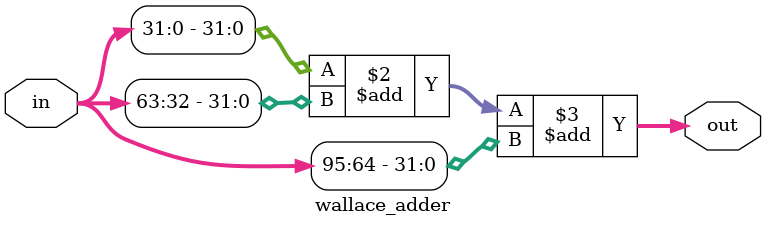
<source format=v>
module wallace_adder #(
	parameter W = 32, // valid for W >= 1
	parameter N = 3   // valid for N >= 3
) (
	input  wire [W*N-1:0] in,
	output wire [W-1:0]   out
);

generate
if (N == 3) begin: base
	assign out = in[0 +: W] + in[W +: W] + in[2*W +: W];
end else begin: recurse
	localparam N_NEXT = N / 3 * 2 + N % 3;
	integer i;

	reg [N_NEXT*W-1:0] psum;

	wallace_adder #(
		.W(W),
		.N(N_NEXT)
	) wadd (
		.in(psum),
		.out(out)
	);

	always @ (*) begin
		for (i = 0; i < N; i = i + 3) begin
			if (N - i >= 3) begin
				psum[(i / 3 * 2 + 0) * W +: W] = in[(i + 0) * W +: W] ^ in[(i + 1) * W +: W] ^ in[(i + 2) * W +: W];
				psum[(i / 3 * 2 + 1) * W +: W] = (
					(in[(i + 0) * W +: W] & in[(i + 1) * W +: W]) |
					(in[(i + 1) * W +: W] & in[(i + 2) * W +: W]) |
					(in[(i + 2) * W +: W] & in[(i + 0) * W +: W])) << 1;
			end else if (N - i == 2) begin
				psum[(i / 3 * 2 + 0) * W +: W] = in[(i + 0) * W +: W] ^ in[(i + 1) * W +: W];
				psum[(i / 3 * 2 + 1) * W +: W] = (in[(i + 0) * W +: W] & in[(i + 1) * W +: W]) << 1;
			end else begin
				psum[i / 3 * 2 * W +: W] = in[i * W +: W];
			end
		end
	end
end
endgenerate

endmodule
</source>
